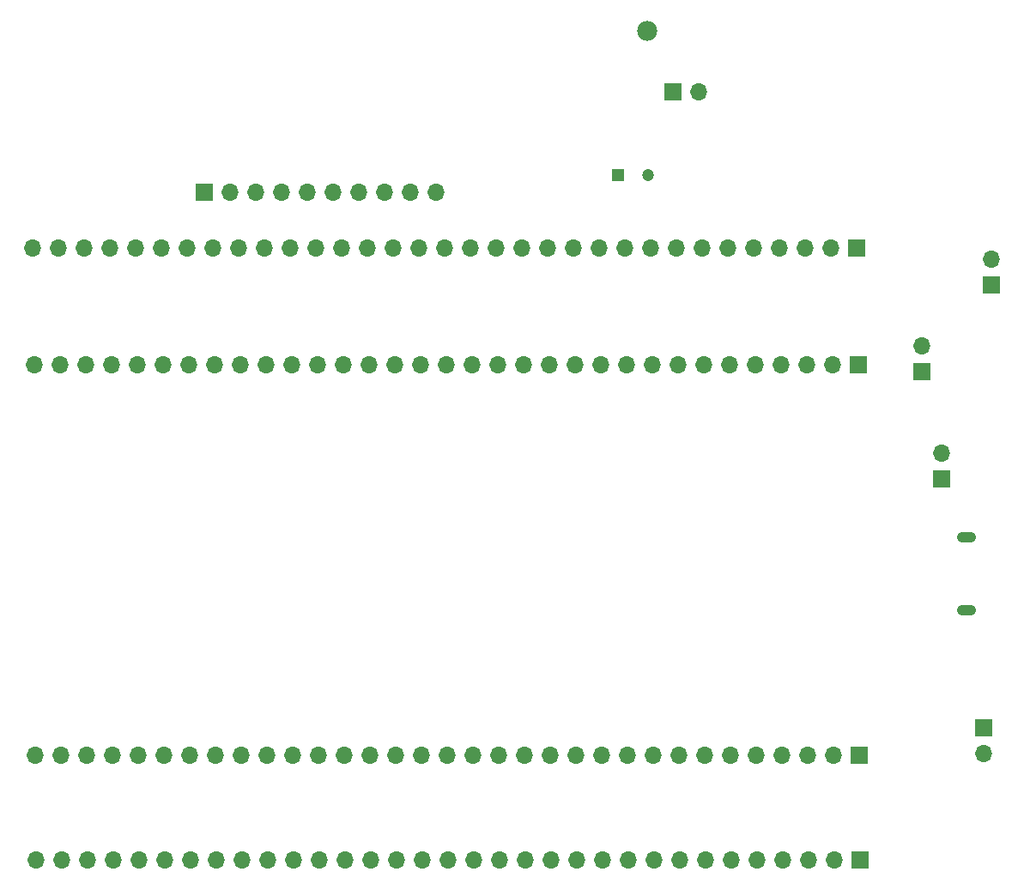
<source format=gbr>
%TF.GenerationSoftware,KiCad,Pcbnew,(6.0.2)*%
%TF.CreationDate,2022-04-08T17:55:27+02:00*%
%TF.ProjectId,main,6d61696e-2e6b-4696-9361-645f70636258,rev?*%
%TF.SameCoordinates,Original*%
%TF.FileFunction,Soldermask,Bot*%
%TF.FilePolarity,Negative*%
%FSLAX46Y46*%
G04 Gerber Fmt 4.6, Leading zero omitted, Abs format (unit mm)*
G04 Created by KiCad (PCBNEW (6.0.2)) date 2022-04-08 17:55:27*
%MOMM*%
%LPD*%
G01*
G04 APERTURE LIST*
%ADD10R,1.700000X1.700000*%
%ADD11O,1.700000X1.700000*%
%ADD12C,1.980000*%
%ADD13O,1.900000X1.050000*%
%ADD14R,1.200000X1.200000*%
%ADD15C,1.200000*%
G04 APERTURE END LIST*
D10*
%TO.C,J14*%
X176330000Y-112085000D03*
D11*
X176330000Y-109545000D03*
%TD*%
D10*
%TO.C,J8*%
X181229000Y-92969000D03*
D11*
X181229000Y-90429000D03*
%TD*%
D10*
%TO.C,J4*%
X103595000Y-83810000D03*
D11*
X106135000Y-83810000D03*
X108675000Y-83810000D03*
X111215000Y-83810000D03*
X113755000Y-83810000D03*
X116295000Y-83810000D03*
X118835000Y-83810000D03*
X121375000Y-83810000D03*
X123915000Y-83810000D03*
X126455000Y-83810000D03*
%TD*%
D10*
%TO.C,J3*%
X168275000Y-149733000D03*
D11*
X165735000Y-149733000D03*
X163195000Y-149733000D03*
X160655000Y-149733000D03*
X158115000Y-149733000D03*
X155575000Y-149733000D03*
X153035000Y-149733000D03*
X150495000Y-149733000D03*
X147955000Y-149733000D03*
X145415000Y-149733000D03*
X142875000Y-149733000D03*
X140335000Y-149733000D03*
X137795000Y-149733000D03*
X135255000Y-149733000D03*
X132715000Y-149733000D03*
X130175000Y-149733000D03*
X127635000Y-149733000D03*
X125095000Y-149733000D03*
X122555000Y-149733000D03*
X120015000Y-149733000D03*
X117475000Y-149733000D03*
X114935000Y-149733000D03*
X112395000Y-149733000D03*
X109855000Y-149733000D03*
X107315000Y-149733000D03*
X104775000Y-149733000D03*
X102235000Y-149733000D03*
X99695000Y-149733000D03*
X97155000Y-149733000D03*
X94615000Y-149733000D03*
X92075000Y-149733000D03*
X89535000Y-149733000D03*
X86995000Y-149733000D03*
%TD*%
D10*
%TO.C,J1*%
X168133000Y-100863000D03*
D11*
X165593000Y-100863000D03*
X163053000Y-100863000D03*
X160513000Y-100863000D03*
X157973000Y-100863000D03*
X155433000Y-100863000D03*
X152893000Y-100863000D03*
X150353000Y-100863000D03*
X147813000Y-100863000D03*
X145273000Y-100863000D03*
X142733000Y-100863000D03*
X140193000Y-100863000D03*
X137653000Y-100863000D03*
X135113000Y-100863000D03*
X132573000Y-100863000D03*
X130033000Y-100863000D03*
X127493000Y-100863000D03*
X124953000Y-100863000D03*
X122413000Y-100863000D03*
X119873000Y-100863000D03*
X117333000Y-100863000D03*
X114793000Y-100863000D03*
X112253000Y-100863000D03*
X109713000Y-100863000D03*
X107173000Y-100863000D03*
X104633000Y-100863000D03*
X102093000Y-100863000D03*
X99553000Y-100863000D03*
X97013000Y-100863000D03*
X94473000Y-100863000D03*
X91933000Y-100863000D03*
X89393000Y-100863000D03*
X86853000Y-100863000D03*
%TD*%
D12*
%TO.C,U2*%
X147342000Y-67944000D03*
%TD*%
D13*
%TO.C,J6*%
X178830000Y-125065000D03*
X178830000Y-117915000D03*
%TD*%
D10*
%TO.C,J5*%
X168260000Y-139344000D03*
D11*
X165720000Y-139344000D03*
X163180000Y-139344000D03*
X160640000Y-139344000D03*
X158100000Y-139344000D03*
X155560000Y-139344000D03*
X153020000Y-139344000D03*
X150480000Y-139344000D03*
X147940000Y-139344000D03*
X145400000Y-139344000D03*
X142860000Y-139344000D03*
X140320000Y-139344000D03*
X137780000Y-139344000D03*
X135240000Y-139344000D03*
X132700000Y-139344000D03*
X130160000Y-139344000D03*
X127620000Y-139344000D03*
X125080000Y-139344000D03*
X122540000Y-139344000D03*
X120000000Y-139344000D03*
X117460000Y-139344000D03*
X114920000Y-139344000D03*
X112380000Y-139344000D03*
X109840000Y-139344000D03*
X107300000Y-139344000D03*
X104760000Y-139344000D03*
X102220000Y-139344000D03*
X99680000Y-139344000D03*
X97140000Y-139344000D03*
X94600000Y-139344000D03*
X92060000Y-139344000D03*
X89520000Y-139344000D03*
X86980000Y-139344000D03*
%TD*%
D10*
%TO.C,J2*%
X168006000Y-89306000D03*
D11*
X165466000Y-89306000D03*
X162926000Y-89306000D03*
X160386000Y-89306000D03*
X157846000Y-89306000D03*
X155306000Y-89306000D03*
X152766000Y-89306000D03*
X150226000Y-89306000D03*
X147686000Y-89306000D03*
X145146000Y-89306000D03*
X142606000Y-89306000D03*
X140066000Y-89306000D03*
X137526000Y-89306000D03*
X134986000Y-89306000D03*
X132446000Y-89306000D03*
X129906000Y-89306000D03*
X127366000Y-89306000D03*
X124826000Y-89306000D03*
X122286000Y-89306000D03*
X119746000Y-89306000D03*
X117206000Y-89306000D03*
X114666000Y-89306000D03*
X112126000Y-89306000D03*
X109586000Y-89306000D03*
X107046000Y-89306000D03*
X104506000Y-89306000D03*
X101966000Y-89306000D03*
X99426000Y-89306000D03*
X96886000Y-89306000D03*
X94346000Y-89306000D03*
X91806000Y-89306000D03*
X89266000Y-89306000D03*
X86726000Y-89306000D03*
%TD*%
D14*
%TO.C,R10*%
X144423000Y-82169000D03*
D15*
X147423000Y-82169000D03*
%TD*%
D10*
%TO.C,J9*%
X149860000Y-73914000D03*
D11*
X152400000Y-73914000D03*
%TD*%
D10*
%TO.C,J12*%
X180470000Y-136660000D03*
D11*
X180470000Y-139200000D03*
%TD*%
D10*
%TO.C,J15*%
X174390000Y-101550000D03*
D11*
X174390000Y-99010000D03*
%TD*%
M02*

</source>
